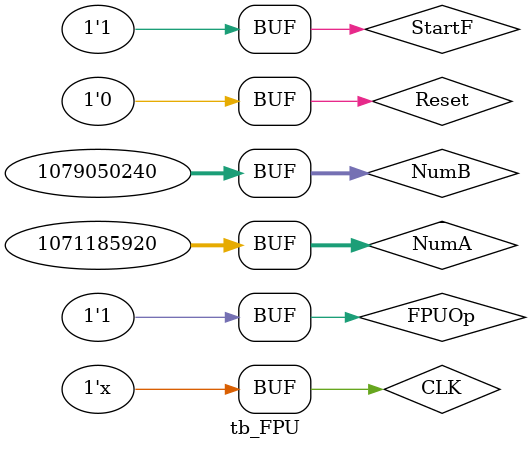
<source format=v>
`timescale 1ns / 1ps


module tb_FPU();
    reg CLK,Reset;
    reg [31:0]NumA;
    reg [31:0]NumB;
    reg StartF;
    reg FPUOp;

    wire [31:0]Result;
    wire Fneedstall;
    FPU fpu1(
        .CLK(CLK),
        .Reset(Reset),
        .NumA(NumA),
        .NumB(NumB),
        .StartF(StartF),
        .FPUOp(FPUOp),

        .Result(Result),
        .Fneedstall(Fneedstall)
    );

    initial begin
      CLK = 0;
      Reset = 1;
      StartF = 1;
      NumA = 32'b0_01111111_100_0000_0000_0000_0000_0000;
      NumB = 32'b0_10000000_101_0000_0000_0000_0000_0000;
      #50

      Reset = 0;
      FPUOp = 0;
      NumA = 32'b0_01111111_100_0000_0000_0000_0000_0000;
      NumB = 32'b0_10000000_101_0000_0000_0000_0000_0000;
      #200
      FPUOp = 1;
      NumA = 32'b0_01111111_100_0000_0000_0000_0000_0000;
      NumB = 32'b0_10000000_101_0000_0000_0000_0000_0000;
      #200
      FPUOp = 0;
      NumA = 32'b0_01111111_101_1010_0000_0000_0000_0000;
      NumB = 32'b0_10000000_101_0000_0000_0000_0000_0000;
      #200
      FPUOp = 1;
      NumA = 32'b0_01111111_101_1001_0000_0000_0000_0000;
      NumB = 32'b0_10000000_101_0001_0000_0000_0000_0000;
      // #200
      

      // #150
      // NumA = 32'b0_01111111_100_0000_0000_0000_0000_0000;
      // NumB = 32'b0_10000000_101_0000_0000_0000_0000_0000;
      // #150
      // NumA = 32'b0_01111111_101_0000_0000_0000_0000_0000;
      // NumB = 32'b0_10000000_101_0000_0000_0000_0000_0000;
      
    end
    
    always #5 CLK=~CLK;


endmodule

</source>
